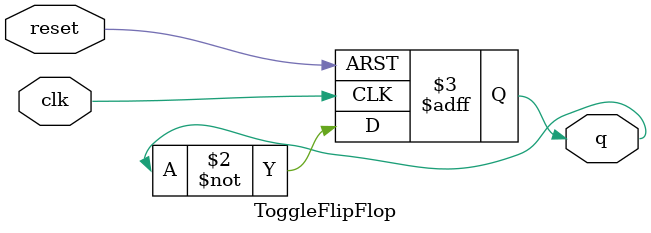
<source format=v>
module ToggleFlipFlop(q, clk, reset);

  output reg q;
  input clk, reset;
  
  always @(posedge reset or posedge clk) begin
    if (reset) begin
      q <= 1'b0;
    end else begin
      q <= ~q;
    end
  end

endmodule

</source>
